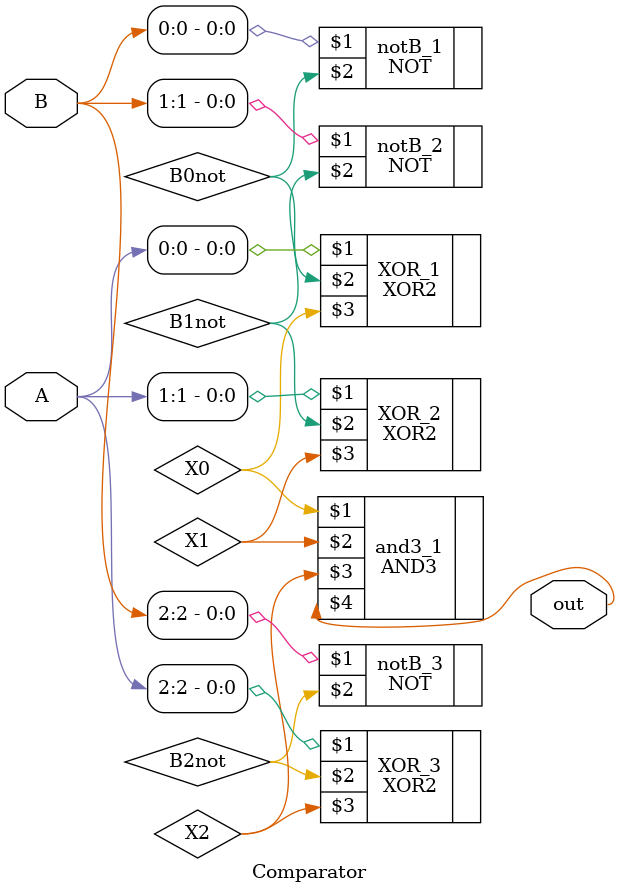
<source format=v>
module Comparator (
    input [2:0] A,
    input [2:0] B,
    
    output out
);

    wire X0, X1, X2;
    wire B0not, B1not, B2not;

    NOT notB_1(B[0], B0not);
    NOT notB_2(B[1], B1not);
    NOT notB_3(B[2], B2not);

    XOR2 XOR_1(A[0], B0not, X0);
    XOR2 XOR_2(A[1], B1not, X1);
    XOR2 XOR_3(A[2], B2not, X2);

    AND3 and3_1(X0, X1, X2, out);

endmodule

</source>
